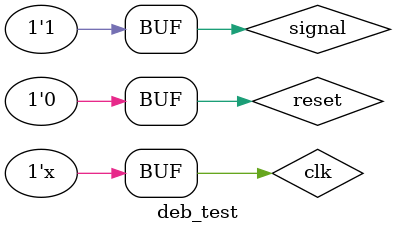
<source format=v>
`timescale 1ns / 1ps


module deb_test;

	// Inputs
	reg clk;
	reg reset;
	reg signal;

	// Outputs
	wire out;

	// Instantiate the Unit Under Test (UUT)
	debouncer uut (
		.clk(clk), 
		.reset(reset), 
		.signal(signal), 
		.out(out)
	);

	initial begin
		// Initialize Inputs
		clk = 0;
		reset = 0;
		signal = 1;

		// Wait 100 ns for global reset to finish
		#100;
        
		// Add stimulus here

	end
	
	always begin
	  #10 clk = ~clk;
	end
      
endmodule


</source>
